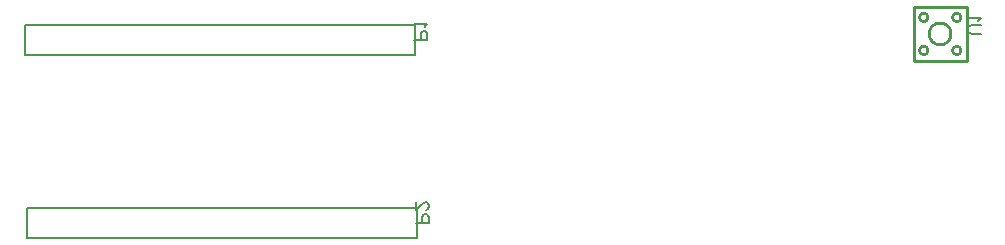
<source format=gbo>
G04 Layer: BottomSilkLayer*
G04 EasyEDA v6.3.22, 2020-01-15T10:35:35+08:00*
G04 b15c4467bd8642d682841cabbe2267cb,0c247ba4ff554f47bef9fd8dabc8c001,10*
G04 Gerber Generator version 0.2*
G04 Scale: 100 percent, Rotated: No, Reflected: No *
G04 Dimensions in millimeters *
G04 leading zeros omitted , absolute positions ,3 integer and 3 decimal *
%FSLAX33Y33*%
%MOMM*%
G90*
G71D02*

%ADD10C,0.254000*%
%ADD16C,0.152400*%
%ADD17C,0.203200*%
%ADD18C,0.202999*%

%LPD*%
G54D10*
G01X80228Y46856D02*
G01X80228Y51356D01*
G01X75728Y51356D01*
G01X75728Y46856D01*
G01X80228Y46856D01*
G54D17*
G01X508Y49868D02*
G01X508Y47328D01*
G01X33528Y47328D01*
G01X33528Y49868D01*
G01X31623Y49868D01*
G54D18*
G01X508Y49868D02*
G01X31623Y49868D01*
G54D17*
G01X635Y34374D02*
G01X635Y31834D01*
G01X33655Y31834D01*
G01X33655Y34374D01*
G01X31750Y34374D01*
G54D18*
G01X635Y34374D02*
G01X31750Y34374D01*
G54D16*
G01X81417Y49106D02*
G01X80637Y49106D01*
G01X80482Y49157D01*
G01X80378Y49261D01*
G01X80327Y49419D01*
G01X80327Y49523D01*
G01X80378Y49678D01*
G01X80482Y49782D01*
G01X80637Y49833D01*
G01X81417Y49833D01*
G01X81208Y50176D02*
G01X81262Y50280D01*
G01X81417Y50437D01*
G01X80327Y50437D01*
G01X34554Y48598D02*
G01X33464Y48598D01*
G01X34554Y48598D02*
G01X34554Y49066D01*
G01X34503Y49221D01*
G01X34450Y49274D01*
G01X34345Y49325D01*
G01X34190Y49325D01*
G01X34086Y49274D01*
G01X34036Y49221D01*
G01X33982Y49066D01*
G01X33982Y48598D01*
G01X34345Y49668D02*
G01X34399Y49772D01*
G01X34554Y49929D01*
G01X33464Y49929D01*
G01X34681Y33104D02*
G01X33591Y33104D01*
G01X34681Y33104D02*
G01X34681Y33572D01*
G01X34630Y33727D01*
G01X34577Y33780D01*
G01X34472Y33831D01*
G01X34317Y33831D01*
G01X34213Y33780D01*
G01X34163Y33727D01*
G01X34109Y33572D01*
G01X34109Y33104D01*
G01X34422Y34227D02*
G01X34472Y34227D01*
G01X34577Y34278D01*
G01X34630Y34331D01*
G01X34681Y34435D01*
G01X34681Y34641D01*
G01X34630Y34745D01*
G01X34577Y34799D01*
G01X34472Y34849D01*
G01X34368Y34849D01*
G01X34264Y34799D01*
G01X34109Y34695D01*
G01X33591Y34174D01*
G01X33591Y34903D01*
G54D10*
G75*
G01X78900Y49107D02*
G03X78900Y49107I-922J0D01*
G01*
G75*
G01X79739Y50507D02*
G03X79739Y50507I-361J0D01*
G01*
G75*
G01X79739Y47707D02*
G03X79739Y47707I-361J0D01*
G01*
G75*
G01X76939Y47707D02*
G03X76939Y47707I-361J0D01*
G01*
G75*
G01X76939Y50507D02*
G03X76939Y50507I-361J0D01*
G01*
M00*
M02*

</source>
